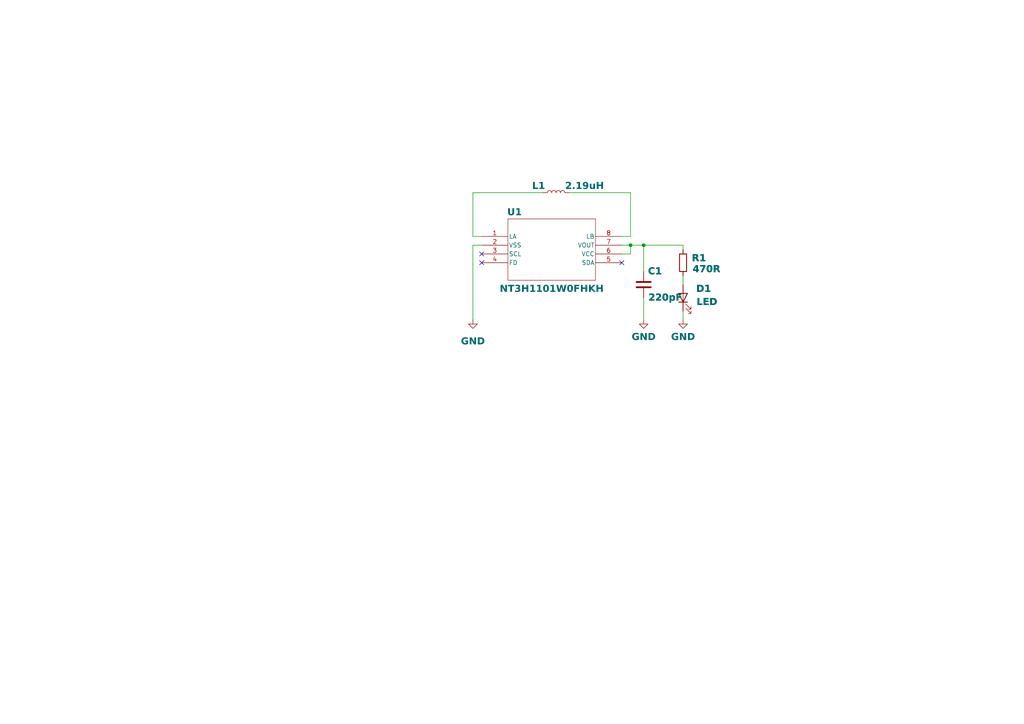
<source format=kicad_sch>
(kicad_sch (version 20230121) (generator eeschema)
  (paper "A4")
  (lib_symbols
    (symbol "Device:C" (pin_numbers hide) (pin_names (offset 0.254))
      (property "Reference" "C" (at 0.635 2.54 0))
      (property "Value" "C" (at 0.635 -2.54 0))
      (symbol "C_0_1"
        (polyline (pts (xy -2.032 -0.762) (xy 2.032 -0.762)) (stroke (width 0.508)))
        (polyline (pts (xy -2.032 0.762) (xy 2.032 0.762)) (stroke (width 0.508)))
      )
      (symbol "C_1_1"
        (pin passive line (at 0 3.81 270) (length 2.794) (name "~") (number "1"))
        (pin passive line (at 0 -3.81 90) (length 2.794) (name "~") (number "2"))
      )
    )
    (symbol "Device:L" (pin_numbers hide) (pin_names (offset 1.016) hide)
      (property "Reference" "L" (at -1.27 0 90))
      (property "Value" "L" (at 1.905 0 90))
      (symbol "L_0_1"
        (arc (start 0 -2.54) (mid 0.6323 -1.905) (end 0 -1.27))
        (arc (start 0 -1.27) (mid 0.6323 -0.635) (end 0 0))
        (arc (start 0 0) (mid 0.6323 0.635) (end 0 1.27))
        (arc (start 0 1.27) (mid 0.6323 1.905) (end 0 2.54))
      )
      (symbol "L_1_1"
        (pin passive line (at 0 3.81 270) (length 1.27) (name "1") (number "1"))
        (pin passive line (at 0 -3.81 90) (length 1.27) (name "2") (number "2"))
      )
    )
    (symbol "Device:LED" (pin_numbers hide) (pin_names (offset 1.016) hide)
      (property "Reference" "D" (at 0 2.54 0))
      (property "Value" "LED" (at 0 -2.54 0))
      (symbol "LED_0_1"
        (polyline (pts (xy -1.27 -1.27) (xy -1.27 1.27)) (stroke (width 0.254)))
        (polyline (pts (xy -1.27 0) (xy 1.27 0)))
        (polyline (pts (xy 1.27 -1.27) (xy 1.27 1.27) (xy -1.27 0) (xy 1.27 -1.27)) (stroke (width 0.254)))
        (polyline (pts (xy -3.048 -0.762) (xy -4.572 -2.286) (xy -3.81 -2.286) (xy -4.572 -2.286) (xy -4.572 -1.524)))
        (polyline (pts (xy -1.778 -0.762) (xy -3.302 -2.286) (xy -2.54 -2.286) (xy -3.302 -2.286) (xy -3.302 -1.524)))
      )
      (symbol "LED_1_1"
        (pin passive line (at -3.81 0 0) (length 2.54) (name "K") (number "1"))
        (pin passive line (at 3.81 0 180) (length 2.54) (name "A") (number "2"))
      )
    )
    (symbol "Device:R" (pin_numbers hide) (pin_names (offset 0))
      (property "Reference" "R" (at 2.032 0 90))
      (property "Value" "R" (at 0 0 90))
      (symbol "R_0_1"
        (rectangle (start -1.016 -2.54) (end 1.016 2.54) (stroke (width 0.254)))
      )
      (symbol "R_1_1"
        (pin passive line (at 0 3.81 270) (length 1.27) (name "~") (number "1"))
        (pin passive line (at 0 -3.81 90) (length 1.27) (name "~") (number "2"))
      )
    )
    (symbol "XQFN8_NT3H1101_NXP:NT3H1101W0FHKH" (pin_names (offset 0.254))
      (property "Reference" "U1" (at 20.32 8.89 0))
      (property "Value" "NT3H1101W0FHKH" (at 20.32 6.35 0))
      (symbol "NT3H1101W0FHKH_0_1"
        (polyline (pts (xy 7.62 -12.7) (xy 33.02 -12.7)) (stroke (width 0.127)))
        (polyline (pts (xy 7.62 5.08) (xy 7.62 -12.7)) (stroke (width 0.127)))
        (polyline (pts (xy 33.02 -12.7) (xy 33.02 5.08)) (stroke (width 0.127)))
        (polyline (pts (xy 33.02 5.08) (xy 7.62 5.08)) (stroke (width 0.127)))
        (pin unspecified line (at 0 0 0) (length 7.62) (name "LA") (number "1"))
        (pin power_out line (at 0 -2.54 0) (length 7.62) (name "VSS") (number "2"))
        (pin unspecified line (at 0 -5.08 0) (length 7.62) (name "SCL") (number "3"))
        (pin unspecified line (at 0 -7.62 0) (length 7.62) (name "FD") (number "4"))
        (pin unspecified line (at 40.64 -7.62 180) (length 7.62) (name "SDA") (number "5"))
        (pin output line (at 40.64 -2.54 180) (length 7.62) (name "VOUT") (number "7"))
        (pin unspecified line (at 40.64 0 180) (length 7.62) (name "LB") (number "8"))
      )
      (symbol "NT3H1101W0FHKH_1_1"
        (pin unspecified line (at 40.64 -5.08 180) (length 7.62) (name "VCC") (number "6"))
      )
    )
    (symbol "power:GND" (power) (pin_names (offset 0))
      (property "Value" "GND" (at 0 -3.81 0))
      (symbol "GND_0_1"
        (polyline (pts (xy 0 0) (xy 0 -1.27) (xy 1.27 -1.27) (xy 0 -2.54) (xy -1.27 -1.27) (xy 0 -1.27)))
      )
      (symbol "GND_1_1"
        (pin power_in line (at 0 0 270) (length 0) hide (name "GND") (number "1"))
      )
    )
  )
  (junction (at 182.88 71.12))
  (junction (at 186.69 71.12))
  (no_connect (at 180.34 76.2))
  (no_connect (at 139.7 76.2))
  (no_connect (at 139.7 73.66))
  (wire (pts (xy 182.88 71.12) (xy 186.69 71.12)))
  (wire (pts (xy 198.12 90.17) (xy 198.12 92.71)))
  (wire (pts (xy 182.88 71.12) (xy 182.88 73.66)))
  (wire (pts (xy 186.69 78.74) (xy 186.69 71.12)))
  (wire (pts (xy 180.34 71.12) (xy 182.88 71.12)))
  (wire (pts (xy 198.12 72.39) (xy 198.12 71.12)))
  (wire (pts (xy 182.88 68.58) (xy 180.34 68.58)))
  (wire (pts (xy 139.7 68.58) (xy 137.16 68.58)))
  (wire (pts (xy 186.69 86.36) (xy 186.69 92.71)))
  (wire (pts (xy 137.16 55.88) (xy 157.48 55.88)))
  (wire (pts (xy 137.16 92.71) (xy 137.16 71.12)))
  (wire (pts (xy 182.88 55.88) (xy 182.88 68.58)))
  (wire (pts (xy 137.16 71.12) (xy 139.7 71.12)))
  (wire (pts (xy 186.69 71.12) (xy 198.12 71.12)))
  (wire (pts (xy 165.1 55.88) (xy 182.88 55.88)))
  (wire (pts (xy 137.16 68.58) (xy 137.16 55.88)))
  (wire (pts (xy 198.12 80.01) (xy 198.12 82.55)))
  (wire (pts (xy 180.34 73.66) (xy 182.88 73.66)))
  (symbol (lib_id "Device:LED") (at 198.12 86.36 90) (unit 1)
    (property "Reference" "D1" (at 201.93 83.82 90) (effects (font (size 2 2) bold) (justify right)))
    (property "Value" "LED" (at 201.93 87.63 90) (effects (font (size 2 2) bold) (justify right)))
    (property "Footprint" "LED_SMD:LED_0603_1608Metric" (effects hide))
  )
  (symbol (lib_id "XQFN8_NT3H1101_NXP:NT3H1101W0FHKH") (at 139.7 68.58 0) (unit 1)
    (property "Reference" "U1" (at 149.225 61.595 0) (effects (font (size 2 2) bold)))
    (property "Value" "NT3H1101W0FHKH" (at 160.02 83.82 0) (effects (font (size 2 2) bold)))
    (property "Footprint" "XQFN8_NT3H1101_NXP:XQFN8_NT3H1101_NXP" (effects hide))
    (property "Datasheet" "NT3H1101W0FHKH" (effects hide))
  )
  (symbol (lib_id "Device:R") (at 198.12 76.2 0) (unit 1)
    (property "Reference" "R1" (at 200.66 74.93 0) (effects (font (size 2 2) bold) (justify left)))
    (property "Value" "470R" (at 200.66 78.105 0) (effects (font (size 2 2) bold) (justify left)))
    (property "Footprint" "Resistor_SMD:R_0603_1608Metric" (effects hide))
  )
  (symbol (lib_id "Device:L") (at 161.29 55.88 90) (unit 1)
    (property "Reference" "L1" (at 156.21 53.975 90) (effects (font (size 2 2) bold)))
    (property "Value" "2.19uH" (at 169.545 53.975 90) (effects (font (size 2 2) bold)))
    (property "Footprint" "NFC_antenna:class4_13.56MHz" (effects hide))
  )
  (symbol (lib_id "power:GND") (at 137.16 92.71 0) (unit 1)
    (property "Reference" "#PWR01" (effects hide))
    (property "Value" "GND" (at 137.16 99.06 0) (effects (font (size 2 2) bold)))
  )
  (symbol (lib_id "Device:C") (at 186.69 82.55 0) (unit 1)
    (property "Reference" "C1" (at 187.96 78.74 0) (effects (font (size 2 2) bold) (justify left)))
    (property "Value" "220pF" (at 187.96 86.36 0) (effects (font (size 2 2) bold) (justify left)))
    (property "Footprint" "Capacitor_SMD:C_0603_1608Metric" (effects hide))
  )
  (symbol (lib_id "power:GND") (at 186.69 92.71 0) (unit 1)
    (property "Reference" "#PWR02" (effects hide))
    (property "Value" "GND" (at 186.69 97.79 0) (effects (font (size 2 2) bold)))
  )
  (symbol (lib_id "power:GND") (at 198.12 92.71 0) (unit 1)
    (property "Reference" "#PWR03" (effects hide))
    (property "Value" "GND" (at 198.12 97.79 0) (effects (font (size 2 2) bold)))
  )
)
</source>
